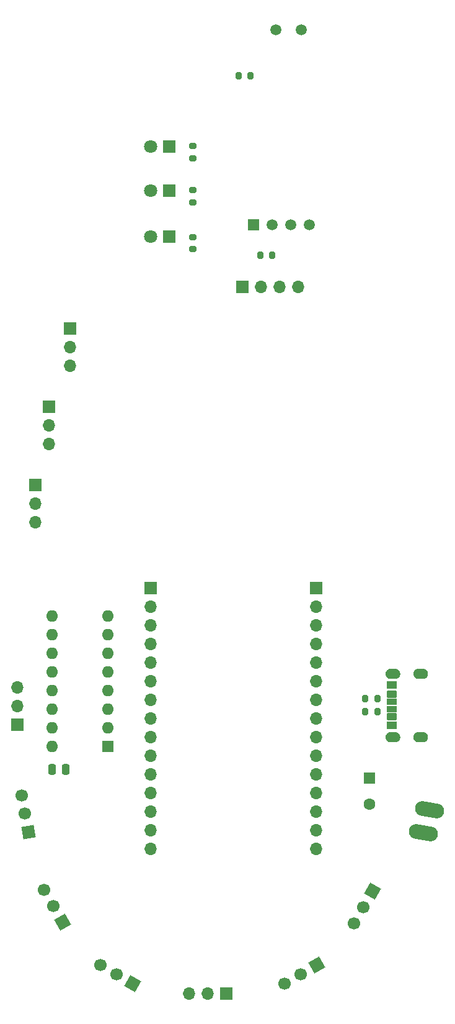
<source format=gbr>
%TF.GenerationSoftware,KiCad,Pcbnew,7.0.8*%
%TF.CreationDate,2024-08-01T15:22:41+02:00*%
%TF.ProjectId,20240606_Pflanzensensor,32303234-3036-4303-965f-50666c616e7a,rev?*%
%TF.SameCoordinates,Original*%
%TF.FileFunction,Soldermask,Top*%
%TF.FilePolarity,Negative*%
%FSLAX46Y46*%
G04 Gerber Fmt 4.6, Leading zero omitted, Abs format (unit mm)*
G04 Created by KiCad (PCBNEW 7.0.8) date 2024-08-01 15:22:41*
%MOMM*%
%LPD*%
G01*
G04 APERTURE LIST*
G04 Aperture macros list*
%AMRoundRect*
0 Rectangle with rounded corners*
0 $1 Rounding radius*
0 $2 $3 $4 $5 $6 $7 $8 $9 X,Y pos of 4 corners*
0 Add a 4 corners polygon primitive as box body*
4,1,4,$2,$3,$4,$5,$6,$7,$8,$9,$2,$3,0*
0 Add four circle primitives for the rounded corners*
1,1,$1+$1,$2,$3*
1,1,$1+$1,$4,$5*
1,1,$1+$1,$6,$7*
1,1,$1+$1,$8,$9*
0 Add four rect primitives between the rounded corners*
20,1,$1+$1,$2,$3,$4,$5,0*
20,1,$1+$1,$4,$5,$6,$7,0*
20,1,$1+$1,$6,$7,$8,$9,0*
20,1,$1+$1,$8,$9,$2,$3,0*%
%AMHorizOval*
0 Thick line with rounded ends*
0 $1 width*
0 $2 $3 position (X,Y) of the first rounded end (center of the circle)*
0 $4 $5 position (X,Y) of the second rounded end (center of the circle)*
0 Add line between two ends*
20,1,$1,$2,$3,$4,$5,0*
0 Add two circle primitives to create the rounded ends*
1,1,$1,$2,$3*
1,1,$1,$4,$5*%
%AMRotRect*
0 Rectangle, with rotation*
0 The origin of the aperture is its center*
0 $1 length*
0 $2 width*
0 $3 Rotation angle, in degrees counterclockwise*
0 Add horizontal line*
21,1,$1,$2,0,0,$3*%
G04 Aperture macros list end*
%ADD10C,0.010000*%
%ADD11RoundRect,0.200000X0.200000X0.275000X-0.200000X0.275000X-0.200000X-0.275000X0.200000X-0.275000X0*%
%ADD12RoundRect,0.200000X-0.275000X0.200000X-0.275000X-0.200000X0.275000X-0.200000X0.275000X0.200000X0*%
%ADD13HorizOval,2.000000X-0.984808X0.173648X0.984808X-0.173648X0*%
%ADD14RotRect,1.700000X1.700000X330.000000*%
%ADD15HorizOval,1.700000X0.000000X0.000000X0.000000X0.000000X0*%
%ADD16R,1.800000X1.800000*%
%ADD17C,1.800000*%
%ADD18R,1.600000X1.600000*%
%ADD19O,1.600000X1.600000*%
%ADD20RoundRect,0.200000X-0.200000X-0.275000X0.200000X-0.275000X0.200000X0.275000X-0.200000X0.275000X0*%
%ADD21RoundRect,0.250000X0.250000X0.475000X-0.250000X0.475000X-0.250000X-0.475000X0.250000X-0.475000X0*%
%ADD22RotRect,1.700000X1.700000X240.000000*%
%ADD23HorizOval,1.700000X0.000000X0.000000X0.000000X0.000000X0*%
%ADD24RotRect,1.700000X1.700000X210.000000*%
%ADD25HorizOval,1.700000X0.000000X0.000000X0.000000X0.000000X0*%
%ADD26RoundRect,0.102000X0.600000X-0.350000X0.600000X0.350000X-0.600000X0.350000X-0.600000X-0.350000X0*%
%ADD27RoundRect,0.102000X0.600000X-0.380000X0.600000X0.380000X-0.600000X0.380000X-0.600000X-0.380000X0*%
%ADD28RoundRect,0.102000X0.600000X-0.400000X0.600000X0.400000X-0.600000X0.400000X-0.600000X-0.400000X0*%
%ADD29R,1.500000X1.500000*%
%ADD30C,1.500000*%
%ADD31R,1.700000X1.700000*%
%ADD32O,1.700000X1.700000*%
%ADD33RotRect,1.700000X1.700000X190.000000*%
%ADD34HorizOval,1.700000X0.000000X0.000000X0.000000X0.000000X0*%
%ADD35RotRect,1.700000X1.700000X300.000000*%
%ADD36HorizOval,1.700000X0.000000X0.000000X0.000000X0.000000X0*%
%ADD37C,1.600000*%
G04 APERTURE END LIST*
%TO.C,Vin*%
D10*
X85994000Y-121891000D02*
X86028000Y-121894000D01*
X86062000Y-121898000D01*
X86095000Y-121904000D01*
X86128000Y-121912000D01*
X86161000Y-121922000D01*
X86193000Y-121933000D01*
X86224000Y-121946000D01*
X86255000Y-121961000D01*
X86285000Y-121977000D01*
X86314000Y-121995000D01*
X86342000Y-122014000D01*
X86369000Y-122035000D01*
X86395000Y-122057000D01*
X86420000Y-122080000D01*
X86443000Y-122105000D01*
X86465000Y-122131000D01*
X86486000Y-122158000D01*
X86505000Y-122186000D01*
X86523000Y-122215000D01*
X86539000Y-122245000D01*
X86554000Y-122276000D01*
X86567000Y-122307000D01*
X86578000Y-122339000D01*
X86588000Y-122372000D01*
X86596000Y-122405000D01*
X86602000Y-122438000D01*
X86606000Y-122472000D01*
X86609000Y-122506000D01*
X86610000Y-122540000D01*
X86609000Y-122574000D01*
X86606000Y-122608000D01*
X86602000Y-122642000D01*
X86596000Y-122675000D01*
X86588000Y-122708000D01*
X86578000Y-122741000D01*
X86567000Y-122773000D01*
X86554000Y-122804000D01*
X86539000Y-122835000D01*
X86523000Y-122865000D01*
X86505000Y-122894000D01*
X86486000Y-122922000D01*
X86465000Y-122949000D01*
X86443000Y-122975000D01*
X86420000Y-123000000D01*
X86395000Y-123023000D01*
X86369000Y-123045000D01*
X86342000Y-123066000D01*
X86314000Y-123085000D01*
X86285000Y-123103000D01*
X86255000Y-123119000D01*
X86224000Y-123134000D01*
X86193000Y-123147000D01*
X86161000Y-123158000D01*
X86128000Y-123168000D01*
X86095000Y-123176000D01*
X86062000Y-123182000D01*
X86028000Y-123186000D01*
X85994000Y-123189000D01*
X85960000Y-123190000D01*
X85360000Y-123190000D01*
X85326000Y-123189000D01*
X85292000Y-123186000D01*
X85258000Y-123182000D01*
X85225000Y-123176000D01*
X85192000Y-123168000D01*
X85159000Y-123158000D01*
X85127000Y-123147000D01*
X85096000Y-123134000D01*
X85065000Y-123119000D01*
X85035000Y-123103000D01*
X85006000Y-123085000D01*
X84978000Y-123066000D01*
X84951000Y-123045000D01*
X84925000Y-123023000D01*
X84900000Y-123000000D01*
X84877000Y-122975000D01*
X84855000Y-122949000D01*
X84834000Y-122922000D01*
X84815000Y-122894000D01*
X84797000Y-122865000D01*
X84781000Y-122835000D01*
X84766000Y-122804000D01*
X84753000Y-122773000D01*
X84742000Y-122741000D01*
X84732000Y-122708000D01*
X84724000Y-122675000D01*
X84718000Y-122642000D01*
X84714000Y-122608000D01*
X84711000Y-122574000D01*
X84710000Y-122540000D01*
X84711000Y-122506000D01*
X84714000Y-122472000D01*
X84718000Y-122438000D01*
X84724000Y-122405000D01*
X84732000Y-122372000D01*
X84742000Y-122339000D01*
X84753000Y-122307000D01*
X84766000Y-122276000D01*
X84781000Y-122245000D01*
X84797000Y-122215000D01*
X84815000Y-122186000D01*
X84834000Y-122158000D01*
X84855000Y-122131000D01*
X84877000Y-122105000D01*
X84900000Y-122080000D01*
X84925000Y-122057000D01*
X84951000Y-122035000D01*
X84978000Y-122014000D01*
X85006000Y-121995000D01*
X85035000Y-121977000D01*
X85065000Y-121961000D01*
X85096000Y-121946000D01*
X85127000Y-121933000D01*
X85159000Y-121922000D01*
X85192000Y-121912000D01*
X85225000Y-121904000D01*
X85258000Y-121898000D01*
X85292000Y-121894000D01*
X85326000Y-121891000D01*
X85360000Y-121890000D01*
X85960000Y-121890000D01*
X85994000Y-121891000D01*
G36*
X85994000Y-121891000D02*
G01*
X86028000Y-121894000D01*
X86062000Y-121898000D01*
X86095000Y-121904000D01*
X86128000Y-121912000D01*
X86161000Y-121922000D01*
X86193000Y-121933000D01*
X86224000Y-121946000D01*
X86255000Y-121961000D01*
X86285000Y-121977000D01*
X86314000Y-121995000D01*
X86342000Y-122014000D01*
X86369000Y-122035000D01*
X86395000Y-122057000D01*
X86420000Y-122080000D01*
X86443000Y-122105000D01*
X86465000Y-122131000D01*
X86486000Y-122158000D01*
X86505000Y-122186000D01*
X86523000Y-122215000D01*
X86539000Y-122245000D01*
X86554000Y-122276000D01*
X86567000Y-122307000D01*
X86578000Y-122339000D01*
X86588000Y-122372000D01*
X86596000Y-122405000D01*
X86602000Y-122438000D01*
X86606000Y-122472000D01*
X86609000Y-122506000D01*
X86610000Y-122540000D01*
X86609000Y-122574000D01*
X86606000Y-122608000D01*
X86602000Y-122642000D01*
X86596000Y-122675000D01*
X86588000Y-122708000D01*
X86578000Y-122741000D01*
X86567000Y-122773000D01*
X86554000Y-122804000D01*
X86539000Y-122835000D01*
X86523000Y-122865000D01*
X86505000Y-122894000D01*
X86486000Y-122922000D01*
X86465000Y-122949000D01*
X86443000Y-122975000D01*
X86420000Y-123000000D01*
X86395000Y-123023000D01*
X86369000Y-123045000D01*
X86342000Y-123066000D01*
X86314000Y-123085000D01*
X86285000Y-123103000D01*
X86255000Y-123119000D01*
X86224000Y-123134000D01*
X86193000Y-123147000D01*
X86161000Y-123158000D01*
X86128000Y-123168000D01*
X86095000Y-123176000D01*
X86062000Y-123182000D01*
X86028000Y-123186000D01*
X85994000Y-123189000D01*
X85960000Y-123190000D01*
X85360000Y-123190000D01*
X85326000Y-123189000D01*
X85292000Y-123186000D01*
X85258000Y-123182000D01*
X85225000Y-123176000D01*
X85192000Y-123168000D01*
X85159000Y-123158000D01*
X85127000Y-123147000D01*
X85096000Y-123134000D01*
X85065000Y-123119000D01*
X85035000Y-123103000D01*
X85006000Y-123085000D01*
X84978000Y-123066000D01*
X84951000Y-123045000D01*
X84925000Y-123023000D01*
X84900000Y-123000000D01*
X84877000Y-122975000D01*
X84855000Y-122949000D01*
X84834000Y-122922000D01*
X84815000Y-122894000D01*
X84797000Y-122865000D01*
X84781000Y-122835000D01*
X84766000Y-122804000D01*
X84753000Y-122773000D01*
X84742000Y-122741000D01*
X84732000Y-122708000D01*
X84724000Y-122675000D01*
X84718000Y-122642000D01*
X84714000Y-122608000D01*
X84711000Y-122574000D01*
X84710000Y-122540000D01*
X84711000Y-122506000D01*
X84714000Y-122472000D01*
X84718000Y-122438000D01*
X84724000Y-122405000D01*
X84732000Y-122372000D01*
X84742000Y-122339000D01*
X84753000Y-122307000D01*
X84766000Y-122276000D01*
X84781000Y-122245000D01*
X84797000Y-122215000D01*
X84815000Y-122186000D01*
X84834000Y-122158000D01*
X84855000Y-122131000D01*
X84877000Y-122105000D01*
X84900000Y-122080000D01*
X84925000Y-122057000D01*
X84951000Y-122035000D01*
X84978000Y-122014000D01*
X85006000Y-121995000D01*
X85035000Y-121977000D01*
X85065000Y-121961000D01*
X85096000Y-121946000D01*
X85127000Y-121933000D01*
X85159000Y-121922000D01*
X85192000Y-121912000D01*
X85225000Y-121904000D01*
X85258000Y-121898000D01*
X85292000Y-121894000D01*
X85326000Y-121891000D01*
X85360000Y-121890000D01*
X85960000Y-121890000D01*
X85994000Y-121891000D01*
G37*
X89794000Y-121891000D02*
X89828000Y-121894000D01*
X89862000Y-121898000D01*
X89895000Y-121904000D01*
X89928000Y-121912000D01*
X89961000Y-121922000D01*
X89993000Y-121933000D01*
X90024000Y-121946000D01*
X90055000Y-121961000D01*
X90085000Y-121977000D01*
X90114000Y-121995000D01*
X90142000Y-122014000D01*
X90169000Y-122035000D01*
X90195000Y-122057000D01*
X90220000Y-122080000D01*
X90243000Y-122105000D01*
X90265000Y-122131000D01*
X90286000Y-122158000D01*
X90305000Y-122186000D01*
X90323000Y-122215000D01*
X90339000Y-122245000D01*
X90354000Y-122276000D01*
X90367000Y-122307000D01*
X90378000Y-122339000D01*
X90388000Y-122372000D01*
X90396000Y-122405000D01*
X90402000Y-122438000D01*
X90406000Y-122472000D01*
X90409000Y-122506000D01*
X90410000Y-122540000D01*
X90409000Y-122574000D01*
X90406000Y-122608000D01*
X90402000Y-122642000D01*
X90396000Y-122675000D01*
X90388000Y-122708000D01*
X90378000Y-122741000D01*
X90367000Y-122773000D01*
X90354000Y-122804000D01*
X90339000Y-122835000D01*
X90323000Y-122865000D01*
X90305000Y-122894000D01*
X90286000Y-122922000D01*
X90265000Y-122949000D01*
X90243000Y-122975000D01*
X90220000Y-123000000D01*
X90195000Y-123023000D01*
X90169000Y-123045000D01*
X90142000Y-123066000D01*
X90114000Y-123085000D01*
X90085000Y-123103000D01*
X90055000Y-123119000D01*
X90024000Y-123134000D01*
X89993000Y-123147000D01*
X89961000Y-123158000D01*
X89928000Y-123168000D01*
X89895000Y-123176000D01*
X89862000Y-123182000D01*
X89828000Y-123186000D01*
X89794000Y-123189000D01*
X89760000Y-123190000D01*
X89160000Y-123190000D01*
X89126000Y-123189000D01*
X89092000Y-123186000D01*
X89058000Y-123182000D01*
X89025000Y-123176000D01*
X88992000Y-123168000D01*
X88959000Y-123158000D01*
X88927000Y-123147000D01*
X88896000Y-123134000D01*
X88865000Y-123119000D01*
X88835000Y-123103000D01*
X88806000Y-123085000D01*
X88778000Y-123066000D01*
X88751000Y-123045000D01*
X88725000Y-123023000D01*
X88700000Y-123000000D01*
X88677000Y-122975000D01*
X88655000Y-122949000D01*
X88634000Y-122922000D01*
X88615000Y-122894000D01*
X88597000Y-122865000D01*
X88581000Y-122835000D01*
X88566000Y-122804000D01*
X88553000Y-122773000D01*
X88542000Y-122741000D01*
X88532000Y-122708000D01*
X88524000Y-122675000D01*
X88518000Y-122642000D01*
X88514000Y-122608000D01*
X88511000Y-122574000D01*
X88510000Y-122540000D01*
X88511000Y-122506000D01*
X88514000Y-122472000D01*
X88518000Y-122438000D01*
X88524000Y-122405000D01*
X88532000Y-122372000D01*
X88542000Y-122339000D01*
X88553000Y-122307000D01*
X88566000Y-122276000D01*
X88581000Y-122245000D01*
X88597000Y-122215000D01*
X88615000Y-122186000D01*
X88634000Y-122158000D01*
X88655000Y-122131000D01*
X88677000Y-122105000D01*
X88700000Y-122080000D01*
X88725000Y-122057000D01*
X88751000Y-122035000D01*
X88778000Y-122014000D01*
X88806000Y-121995000D01*
X88835000Y-121977000D01*
X88865000Y-121961000D01*
X88896000Y-121946000D01*
X88927000Y-121933000D01*
X88959000Y-121922000D01*
X88992000Y-121912000D01*
X89025000Y-121904000D01*
X89058000Y-121898000D01*
X89092000Y-121894000D01*
X89126000Y-121891000D01*
X89160000Y-121890000D01*
X89760000Y-121890000D01*
X89794000Y-121891000D01*
G36*
X89794000Y-121891000D02*
G01*
X89828000Y-121894000D01*
X89862000Y-121898000D01*
X89895000Y-121904000D01*
X89928000Y-121912000D01*
X89961000Y-121922000D01*
X89993000Y-121933000D01*
X90024000Y-121946000D01*
X90055000Y-121961000D01*
X90085000Y-121977000D01*
X90114000Y-121995000D01*
X90142000Y-122014000D01*
X90169000Y-122035000D01*
X90195000Y-122057000D01*
X90220000Y-122080000D01*
X90243000Y-122105000D01*
X90265000Y-122131000D01*
X90286000Y-122158000D01*
X90305000Y-122186000D01*
X90323000Y-122215000D01*
X90339000Y-122245000D01*
X90354000Y-122276000D01*
X90367000Y-122307000D01*
X90378000Y-122339000D01*
X90388000Y-122372000D01*
X90396000Y-122405000D01*
X90402000Y-122438000D01*
X90406000Y-122472000D01*
X90409000Y-122506000D01*
X90410000Y-122540000D01*
X90409000Y-122574000D01*
X90406000Y-122608000D01*
X90402000Y-122642000D01*
X90396000Y-122675000D01*
X90388000Y-122708000D01*
X90378000Y-122741000D01*
X90367000Y-122773000D01*
X90354000Y-122804000D01*
X90339000Y-122835000D01*
X90323000Y-122865000D01*
X90305000Y-122894000D01*
X90286000Y-122922000D01*
X90265000Y-122949000D01*
X90243000Y-122975000D01*
X90220000Y-123000000D01*
X90195000Y-123023000D01*
X90169000Y-123045000D01*
X90142000Y-123066000D01*
X90114000Y-123085000D01*
X90085000Y-123103000D01*
X90055000Y-123119000D01*
X90024000Y-123134000D01*
X89993000Y-123147000D01*
X89961000Y-123158000D01*
X89928000Y-123168000D01*
X89895000Y-123176000D01*
X89862000Y-123182000D01*
X89828000Y-123186000D01*
X89794000Y-123189000D01*
X89760000Y-123190000D01*
X89160000Y-123190000D01*
X89126000Y-123189000D01*
X89092000Y-123186000D01*
X89058000Y-123182000D01*
X89025000Y-123176000D01*
X88992000Y-123168000D01*
X88959000Y-123158000D01*
X88927000Y-123147000D01*
X88896000Y-123134000D01*
X88865000Y-123119000D01*
X88835000Y-123103000D01*
X88806000Y-123085000D01*
X88778000Y-123066000D01*
X88751000Y-123045000D01*
X88725000Y-123023000D01*
X88700000Y-123000000D01*
X88677000Y-122975000D01*
X88655000Y-122949000D01*
X88634000Y-122922000D01*
X88615000Y-122894000D01*
X88597000Y-122865000D01*
X88581000Y-122835000D01*
X88566000Y-122804000D01*
X88553000Y-122773000D01*
X88542000Y-122741000D01*
X88532000Y-122708000D01*
X88524000Y-122675000D01*
X88518000Y-122642000D01*
X88514000Y-122608000D01*
X88511000Y-122574000D01*
X88510000Y-122540000D01*
X88511000Y-122506000D01*
X88514000Y-122472000D01*
X88518000Y-122438000D01*
X88524000Y-122405000D01*
X88532000Y-122372000D01*
X88542000Y-122339000D01*
X88553000Y-122307000D01*
X88566000Y-122276000D01*
X88581000Y-122245000D01*
X88597000Y-122215000D01*
X88615000Y-122186000D01*
X88634000Y-122158000D01*
X88655000Y-122131000D01*
X88677000Y-122105000D01*
X88700000Y-122080000D01*
X88725000Y-122057000D01*
X88751000Y-122035000D01*
X88778000Y-122014000D01*
X88806000Y-121995000D01*
X88835000Y-121977000D01*
X88865000Y-121961000D01*
X88896000Y-121946000D01*
X88927000Y-121933000D01*
X88959000Y-121922000D01*
X88992000Y-121912000D01*
X89025000Y-121904000D01*
X89058000Y-121898000D01*
X89092000Y-121894000D01*
X89126000Y-121891000D01*
X89160000Y-121890000D01*
X89760000Y-121890000D01*
X89794000Y-121891000D01*
G37*
X85994000Y-113251000D02*
X86028000Y-113254000D01*
X86062000Y-113258000D01*
X86095000Y-113264000D01*
X86128000Y-113272000D01*
X86161000Y-113282000D01*
X86193000Y-113293000D01*
X86224000Y-113306000D01*
X86255000Y-113321000D01*
X86285000Y-113337000D01*
X86314000Y-113355000D01*
X86342000Y-113374000D01*
X86369000Y-113395000D01*
X86395000Y-113417000D01*
X86420000Y-113440000D01*
X86443000Y-113465000D01*
X86465000Y-113491000D01*
X86486000Y-113518000D01*
X86505000Y-113546000D01*
X86523000Y-113575000D01*
X86539000Y-113605000D01*
X86554000Y-113636000D01*
X86567000Y-113667000D01*
X86578000Y-113699000D01*
X86588000Y-113732000D01*
X86596000Y-113765000D01*
X86602000Y-113798000D01*
X86606000Y-113832000D01*
X86609000Y-113866000D01*
X86610000Y-113900000D01*
X86609000Y-113934000D01*
X86606000Y-113968000D01*
X86602000Y-114002000D01*
X86596000Y-114035000D01*
X86588000Y-114068000D01*
X86578000Y-114101000D01*
X86567000Y-114133000D01*
X86554000Y-114164000D01*
X86539000Y-114195000D01*
X86523000Y-114225000D01*
X86505000Y-114254000D01*
X86486000Y-114282000D01*
X86465000Y-114309000D01*
X86443000Y-114335000D01*
X86420000Y-114360000D01*
X86395000Y-114383000D01*
X86369000Y-114405000D01*
X86342000Y-114426000D01*
X86314000Y-114445000D01*
X86285000Y-114463000D01*
X86255000Y-114479000D01*
X86224000Y-114494000D01*
X86193000Y-114507000D01*
X86161000Y-114518000D01*
X86128000Y-114528000D01*
X86095000Y-114536000D01*
X86062000Y-114542000D01*
X86028000Y-114546000D01*
X85994000Y-114549000D01*
X85960000Y-114550000D01*
X85360000Y-114550000D01*
X85326000Y-114549000D01*
X85292000Y-114546000D01*
X85258000Y-114542000D01*
X85225000Y-114536000D01*
X85192000Y-114528000D01*
X85159000Y-114518000D01*
X85127000Y-114507000D01*
X85096000Y-114494000D01*
X85065000Y-114479000D01*
X85035000Y-114463000D01*
X85006000Y-114445000D01*
X84978000Y-114426000D01*
X84951000Y-114405000D01*
X84925000Y-114383000D01*
X84900000Y-114360000D01*
X84877000Y-114335000D01*
X84855000Y-114309000D01*
X84834000Y-114282000D01*
X84815000Y-114254000D01*
X84797000Y-114225000D01*
X84781000Y-114195000D01*
X84766000Y-114164000D01*
X84753000Y-114133000D01*
X84742000Y-114101000D01*
X84732000Y-114068000D01*
X84724000Y-114035000D01*
X84718000Y-114002000D01*
X84714000Y-113968000D01*
X84711000Y-113934000D01*
X84710000Y-113900000D01*
X84711000Y-113866000D01*
X84714000Y-113832000D01*
X84718000Y-113798000D01*
X84724000Y-113765000D01*
X84732000Y-113732000D01*
X84742000Y-113699000D01*
X84753000Y-113667000D01*
X84766000Y-113636000D01*
X84781000Y-113605000D01*
X84797000Y-113575000D01*
X84815000Y-113546000D01*
X84834000Y-113518000D01*
X84855000Y-113491000D01*
X84877000Y-113465000D01*
X84900000Y-113440000D01*
X84925000Y-113417000D01*
X84951000Y-113395000D01*
X84978000Y-113374000D01*
X85006000Y-113355000D01*
X85035000Y-113337000D01*
X85065000Y-113321000D01*
X85096000Y-113306000D01*
X85127000Y-113293000D01*
X85159000Y-113282000D01*
X85192000Y-113272000D01*
X85225000Y-113264000D01*
X85258000Y-113258000D01*
X85292000Y-113254000D01*
X85326000Y-113251000D01*
X85360000Y-113250000D01*
X85960000Y-113250000D01*
X85994000Y-113251000D01*
G36*
X85994000Y-113251000D02*
G01*
X86028000Y-113254000D01*
X86062000Y-113258000D01*
X86095000Y-113264000D01*
X86128000Y-113272000D01*
X86161000Y-113282000D01*
X86193000Y-113293000D01*
X86224000Y-113306000D01*
X86255000Y-113321000D01*
X86285000Y-113337000D01*
X86314000Y-113355000D01*
X86342000Y-113374000D01*
X86369000Y-113395000D01*
X86395000Y-113417000D01*
X86420000Y-113440000D01*
X86443000Y-113465000D01*
X86465000Y-113491000D01*
X86486000Y-113518000D01*
X86505000Y-113546000D01*
X86523000Y-113575000D01*
X86539000Y-113605000D01*
X86554000Y-113636000D01*
X86567000Y-113667000D01*
X86578000Y-113699000D01*
X86588000Y-113732000D01*
X86596000Y-113765000D01*
X86602000Y-113798000D01*
X86606000Y-113832000D01*
X86609000Y-113866000D01*
X86610000Y-113900000D01*
X86609000Y-113934000D01*
X86606000Y-113968000D01*
X86602000Y-114002000D01*
X86596000Y-114035000D01*
X86588000Y-114068000D01*
X86578000Y-114101000D01*
X86567000Y-114133000D01*
X86554000Y-114164000D01*
X86539000Y-114195000D01*
X86523000Y-114225000D01*
X86505000Y-114254000D01*
X86486000Y-114282000D01*
X86465000Y-114309000D01*
X86443000Y-114335000D01*
X86420000Y-114360000D01*
X86395000Y-114383000D01*
X86369000Y-114405000D01*
X86342000Y-114426000D01*
X86314000Y-114445000D01*
X86285000Y-114463000D01*
X86255000Y-114479000D01*
X86224000Y-114494000D01*
X86193000Y-114507000D01*
X86161000Y-114518000D01*
X86128000Y-114528000D01*
X86095000Y-114536000D01*
X86062000Y-114542000D01*
X86028000Y-114546000D01*
X85994000Y-114549000D01*
X85960000Y-114550000D01*
X85360000Y-114550000D01*
X85326000Y-114549000D01*
X85292000Y-114546000D01*
X85258000Y-114542000D01*
X85225000Y-114536000D01*
X85192000Y-114528000D01*
X85159000Y-114518000D01*
X85127000Y-114507000D01*
X85096000Y-114494000D01*
X85065000Y-114479000D01*
X85035000Y-114463000D01*
X85006000Y-114445000D01*
X84978000Y-114426000D01*
X84951000Y-114405000D01*
X84925000Y-114383000D01*
X84900000Y-114360000D01*
X84877000Y-114335000D01*
X84855000Y-114309000D01*
X84834000Y-114282000D01*
X84815000Y-114254000D01*
X84797000Y-114225000D01*
X84781000Y-114195000D01*
X84766000Y-114164000D01*
X84753000Y-114133000D01*
X84742000Y-114101000D01*
X84732000Y-114068000D01*
X84724000Y-114035000D01*
X84718000Y-114002000D01*
X84714000Y-113968000D01*
X84711000Y-113934000D01*
X84710000Y-113900000D01*
X84711000Y-113866000D01*
X84714000Y-113832000D01*
X84718000Y-113798000D01*
X84724000Y-113765000D01*
X84732000Y-113732000D01*
X84742000Y-113699000D01*
X84753000Y-113667000D01*
X84766000Y-113636000D01*
X84781000Y-113605000D01*
X84797000Y-113575000D01*
X84815000Y-113546000D01*
X84834000Y-113518000D01*
X84855000Y-113491000D01*
X84877000Y-113465000D01*
X84900000Y-113440000D01*
X84925000Y-113417000D01*
X84951000Y-113395000D01*
X84978000Y-113374000D01*
X85006000Y-113355000D01*
X85035000Y-113337000D01*
X85065000Y-113321000D01*
X85096000Y-113306000D01*
X85127000Y-113293000D01*
X85159000Y-113282000D01*
X85192000Y-113272000D01*
X85225000Y-113264000D01*
X85258000Y-113258000D01*
X85292000Y-113254000D01*
X85326000Y-113251000D01*
X85360000Y-113250000D01*
X85960000Y-113250000D01*
X85994000Y-113251000D01*
G37*
X89794000Y-113251000D02*
X89828000Y-113254000D01*
X89862000Y-113258000D01*
X89895000Y-113264000D01*
X89928000Y-113272000D01*
X89961000Y-113282000D01*
X89993000Y-113293000D01*
X90024000Y-113306000D01*
X90055000Y-113321000D01*
X90085000Y-113337000D01*
X90114000Y-113355000D01*
X90142000Y-113374000D01*
X90169000Y-113395000D01*
X90195000Y-113417000D01*
X90220000Y-113440000D01*
X90243000Y-113465000D01*
X90265000Y-113491000D01*
X90286000Y-113518000D01*
X90305000Y-113546000D01*
X90323000Y-113575000D01*
X90339000Y-113605000D01*
X90354000Y-113636000D01*
X90367000Y-113667000D01*
X90378000Y-113699000D01*
X90388000Y-113732000D01*
X90396000Y-113765000D01*
X90402000Y-113798000D01*
X90406000Y-113832000D01*
X90409000Y-113866000D01*
X90410000Y-113900000D01*
X90409000Y-113934000D01*
X90406000Y-113968000D01*
X90402000Y-114002000D01*
X90396000Y-114035000D01*
X90388000Y-114068000D01*
X90378000Y-114101000D01*
X90367000Y-114133000D01*
X90354000Y-114164000D01*
X90339000Y-114195000D01*
X90323000Y-114225000D01*
X90305000Y-114254000D01*
X90286000Y-114282000D01*
X90265000Y-114309000D01*
X90243000Y-114335000D01*
X90220000Y-114360000D01*
X90195000Y-114383000D01*
X90169000Y-114405000D01*
X90142000Y-114426000D01*
X90114000Y-114445000D01*
X90085000Y-114463000D01*
X90055000Y-114479000D01*
X90024000Y-114494000D01*
X89993000Y-114507000D01*
X89961000Y-114518000D01*
X89928000Y-114528000D01*
X89895000Y-114536000D01*
X89862000Y-114542000D01*
X89828000Y-114546000D01*
X89794000Y-114549000D01*
X89760000Y-114550000D01*
X89160000Y-114550000D01*
X89126000Y-114549000D01*
X89092000Y-114546000D01*
X89058000Y-114542000D01*
X89025000Y-114536000D01*
X88992000Y-114528000D01*
X88959000Y-114518000D01*
X88927000Y-114507000D01*
X88896000Y-114494000D01*
X88865000Y-114479000D01*
X88835000Y-114463000D01*
X88806000Y-114445000D01*
X88778000Y-114426000D01*
X88751000Y-114405000D01*
X88725000Y-114383000D01*
X88700000Y-114360000D01*
X88677000Y-114335000D01*
X88655000Y-114309000D01*
X88634000Y-114282000D01*
X88615000Y-114254000D01*
X88597000Y-114225000D01*
X88581000Y-114195000D01*
X88566000Y-114164000D01*
X88553000Y-114133000D01*
X88542000Y-114101000D01*
X88532000Y-114068000D01*
X88524000Y-114035000D01*
X88518000Y-114002000D01*
X88514000Y-113968000D01*
X88511000Y-113934000D01*
X88510000Y-113900000D01*
X88511000Y-113866000D01*
X88514000Y-113832000D01*
X88518000Y-113798000D01*
X88524000Y-113765000D01*
X88532000Y-113732000D01*
X88542000Y-113699000D01*
X88553000Y-113667000D01*
X88566000Y-113636000D01*
X88581000Y-113605000D01*
X88597000Y-113575000D01*
X88615000Y-113546000D01*
X88634000Y-113518000D01*
X88655000Y-113491000D01*
X88677000Y-113465000D01*
X88700000Y-113440000D01*
X88725000Y-113417000D01*
X88751000Y-113395000D01*
X88778000Y-113374000D01*
X88806000Y-113355000D01*
X88835000Y-113337000D01*
X88865000Y-113321000D01*
X88896000Y-113306000D01*
X88927000Y-113293000D01*
X88959000Y-113282000D01*
X88992000Y-113272000D01*
X89025000Y-113264000D01*
X89058000Y-113258000D01*
X89092000Y-113254000D01*
X89126000Y-113251000D01*
X89160000Y-113250000D01*
X89760000Y-113250000D01*
X89794000Y-113251000D01*
G36*
X89794000Y-113251000D02*
G01*
X89828000Y-113254000D01*
X89862000Y-113258000D01*
X89895000Y-113264000D01*
X89928000Y-113272000D01*
X89961000Y-113282000D01*
X89993000Y-113293000D01*
X90024000Y-113306000D01*
X90055000Y-113321000D01*
X90085000Y-113337000D01*
X90114000Y-113355000D01*
X90142000Y-113374000D01*
X90169000Y-113395000D01*
X90195000Y-113417000D01*
X90220000Y-113440000D01*
X90243000Y-113465000D01*
X90265000Y-113491000D01*
X90286000Y-113518000D01*
X90305000Y-113546000D01*
X90323000Y-113575000D01*
X90339000Y-113605000D01*
X90354000Y-113636000D01*
X90367000Y-113667000D01*
X90378000Y-113699000D01*
X90388000Y-113732000D01*
X90396000Y-113765000D01*
X90402000Y-113798000D01*
X90406000Y-113832000D01*
X90409000Y-113866000D01*
X90410000Y-113900000D01*
X90409000Y-113934000D01*
X90406000Y-113968000D01*
X90402000Y-114002000D01*
X90396000Y-114035000D01*
X90388000Y-114068000D01*
X90378000Y-114101000D01*
X90367000Y-114133000D01*
X90354000Y-114164000D01*
X90339000Y-114195000D01*
X90323000Y-114225000D01*
X90305000Y-114254000D01*
X90286000Y-114282000D01*
X90265000Y-114309000D01*
X90243000Y-114335000D01*
X90220000Y-114360000D01*
X90195000Y-114383000D01*
X90169000Y-114405000D01*
X90142000Y-114426000D01*
X90114000Y-114445000D01*
X90085000Y-114463000D01*
X90055000Y-114479000D01*
X90024000Y-114494000D01*
X89993000Y-114507000D01*
X89961000Y-114518000D01*
X89928000Y-114528000D01*
X89895000Y-114536000D01*
X89862000Y-114542000D01*
X89828000Y-114546000D01*
X89794000Y-114549000D01*
X89760000Y-114550000D01*
X89160000Y-114550000D01*
X89126000Y-114549000D01*
X89092000Y-114546000D01*
X89058000Y-114542000D01*
X89025000Y-114536000D01*
X88992000Y-114528000D01*
X88959000Y-114518000D01*
X88927000Y-114507000D01*
X88896000Y-114494000D01*
X88865000Y-114479000D01*
X88835000Y-114463000D01*
X88806000Y-114445000D01*
X88778000Y-114426000D01*
X88751000Y-114405000D01*
X88725000Y-114383000D01*
X88700000Y-114360000D01*
X88677000Y-114335000D01*
X88655000Y-114309000D01*
X88634000Y-114282000D01*
X88615000Y-114254000D01*
X88597000Y-114225000D01*
X88581000Y-114195000D01*
X88566000Y-114164000D01*
X88553000Y-114133000D01*
X88542000Y-114101000D01*
X88532000Y-114068000D01*
X88524000Y-114035000D01*
X88518000Y-114002000D01*
X88514000Y-113968000D01*
X88511000Y-113934000D01*
X88510000Y-113900000D01*
X88511000Y-113866000D01*
X88514000Y-113832000D01*
X88518000Y-113798000D01*
X88524000Y-113765000D01*
X88532000Y-113732000D01*
X88542000Y-113699000D01*
X88553000Y-113667000D01*
X88566000Y-113636000D01*
X88581000Y-113605000D01*
X88597000Y-113575000D01*
X88615000Y-113546000D01*
X88634000Y-113518000D01*
X88655000Y-113491000D01*
X88677000Y-113465000D01*
X88700000Y-113440000D01*
X88725000Y-113417000D01*
X88751000Y-113395000D01*
X88778000Y-113374000D01*
X88806000Y-113355000D01*
X88835000Y-113337000D01*
X88865000Y-113321000D01*
X88896000Y-113306000D01*
X88927000Y-113293000D01*
X88959000Y-113282000D01*
X88992000Y-113272000D01*
X89025000Y-113264000D01*
X89058000Y-113258000D01*
X89092000Y-113254000D01*
X89126000Y-113251000D01*
X89160000Y-113250000D01*
X89760000Y-113250000D01*
X89794000Y-113251000D01*
G37*
%TD*%
D11*
%TO.C,R5*%
X83585000Y-119095000D03*
X81935000Y-119095000D03*
%TD*%
D12*
%TO.C,RY1*%
X58369005Y-48000746D03*
X58369005Y-49650746D03*
%TD*%
D13*
%TO.C,-*%
X89894005Y-135640746D03*
%TD*%
D11*
%TO.C,R1*%
X66244005Y-32350746D03*
X64594005Y-32350746D03*
%TD*%
D12*
%TO.C,RR1*%
X58369005Y-41975746D03*
X58369005Y-43625746D03*
%TD*%
D14*
%TO.C,X5*%
X82906338Y-143544456D03*
D15*
X81636338Y-145744161D03*
X80366338Y-147943865D03*
%TD*%
D16*
%TO.C,LEDR1*%
X55169005Y-42025746D03*
D17*
X52629005Y-42025746D03*
%TD*%
D11*
%TO.C,R6*%
X83560000Y-117320000D03*
X81910000Y-117320000D03*
%TD*%
D18*
%TO.C,IC1*%
X46789005Y-123805746D03*
D19*
X46789005Y-121265746D03*
X46789005Y-118725746D03*
X46789005Y-116185746D03*
X46789005Y-113645746D03*
X46789005Y-111105746D03*
X46789005Y-108565746D03*
X46789005Y-106025746D03*
X39169005Y-106025746D03*
X39169005Y-108565746D03*
X39169005Y-111105746D03*
X39169005Y-113645746D03*
X39169005Y-116185746D03*
X39169005Y-118725746D03*
X39169005Y-121265746D03*
X39169005Y-123805746D03*
%TD*%
D20*
%TO.C,R2*%
X67594005Y-56850746D03*
X69244005Y-56850746D03*
%TD*%
D21*
%TO.C,C2*%
X41019005Y-126925746D03*
X39119005Y-126925746D03*
%TD*%
D22*
%TO.C,X0*%
X50168219Y-156199385D03*
D23*
X47968514Y-154929385D03*
X45768810Y-153659385D03*
%TD*%
D24*
%TO.C,X3*%
X40569005Y-147825746D03*
D25*
X39299005Y-145626041D03*
X38029005Y-143426337D03*
%TD*%
D26*
%TO.C,Vin*%
X85580000Y-118720000D03*
D27*
X85580000Y-116700000D03*
D28*
X85580000Y-115470000D03*
D26*
X85580000Y-117720000D03*
D27*
X85580000Y-119740000D03*
D28*
X85580000Y-120970000D03*
%TD*%
D29*
%TO.C,DHT11*%
X66695221Y-52675044D03*
D30*
X69235221Y-52675044D03*
X71775221Y-52675044D03*
X74315221Y-52675044D03*
%TD*%
D31*
%TO.C,X2*%
X62919005Y-157500746D03*
D32*
X60379005Y-157500746D03*
X57839005Y-157500746D03*
%TD*%
D12*
%TO.C,RG1*%
X58369005Y-54375746D03*
X58369005Y-56025746D03*
%TD*%
D33*
%TO.C,X6*%
X35894005Y-135500746D03*
D34*
X35452939Y-132999334D03*
X35011872Y-130497923D03*
%TD*%
D35*
%TO.C,X4*%
X75293219Y-153674385D03*
D36*
X73093514Y-154944385D03*
X70893810Y-156214385D03*
%TD*%
D31*
%TO.C,SD3*%
X36844005Y-88200746D03*
D32*
X36844005Y-90740746D03*
X36844005Y-93280746D03*
%TD*%
D16*
%TO.C,LEDG1*%
X55169005Y-54325746D03*
D17*
X52629005Y-54325746D03*
%TD*%
D31*
%TO.C,ESP1*%
X52612605Y-102250746D03*
D32*
X52612605Y-104790746D03*
X52612605Y-107330746D03*
X52612605Y-109870746D03*
X52612605Y-112410746D03*
X52612605Y-114950746D03*
X52612605Y-117490746D03*
X52612605Y-120030746D03*
X52612605Y-122570746D03*
X52612605Y-125110746D03*
X52612605Y-127650746D03*
X52612605Y-130190746D03*
X52612605Y-132730746D03*
X52612605Y-135270746D03*
X52612605Y-137810746D03*
%TD*%
D13*
%TO.C,+*%
X90744005Y-132440746D03*
%TD*%
D31*
%TO.C,X1*%
X34369005Y-120855746D03*
D32*
X34369005Y-118315746D03*
X34369005Y-115775746D03*
%TD*%
D31*
%TO.C,ESP2*%
X75244005Y-102250746D03*
D32*
X75244005Y-104790746D03*
X75244005Y-107330746D03*
X75244005Y-109870746D03*
X75244005Y-112410746D03*
X75244005Y-114950746D03*
X75244005Y-117490746D03*
X75244005Y-120030746D03*
X75244005Y-122570746D03*
X75244005Y-125110746D03*
X75244005Y-127650746D03*
X75244005Y-130190746D03*
X75244005Y-132730746D03*
X75244005Y-135270746D03*
X75244005Y-137810746D03*
%TD*%
D30*
%TO.C,PHR1*%
X73144005Y-26125746D03*
X69744005Y-26125746D03*
%TD*%
D16*
%TO.C,LEDY1*%
X55169005Y-48075746D03*
D17*
X52629005Y-48075746D03*
%TD*%
D31*
%TO.C,SD2*%
X38769005Y-77525746D03*
D32*
X38769005Y-80065746D03*
X38769005Y-82605746D03*
%TD*%
D31*
%TO.C,SD1*%
X41644005Y-66835746D03*
D32*
X41644005Y-69375746D03*
X41644005Y-71915746D03*
%TD*%
D18*
%TO.C,C1*%
X82519005Y-128175746D03*
D37*
X82519005Y-131675746D03*
%TD*%
D31*
%TO.C,DH1*%
X65116580Y-61161484D03*
D32*
X67656580Y-61161484D03*
X70196580Y-61161484D03*
X72736580Y-61161484D03*
%TD*%
M02*

</source>
